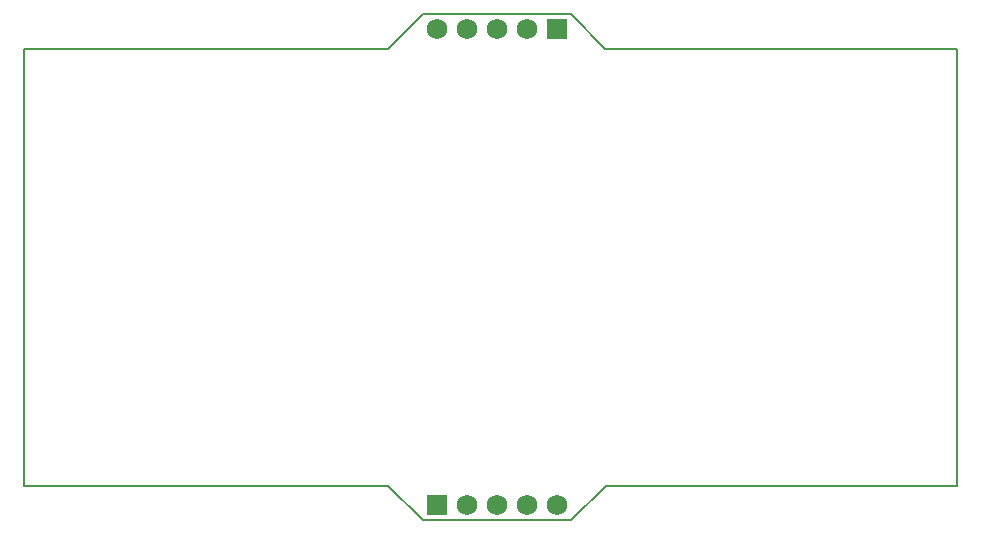
<source format=gbs>
G75*
%MOIN*%
%OFA0B0*%
%FSLAX25Y25*%
%IPPOS*%
%LPD*%
%AMOC8*
5,1,8,0,0,1.08239X$1,22.5*
%
%ADD10C,0.00600*%
%ADD11R,0.06900X0.06900*%
%ADD12C,0.06900*%
D10*
X0008065Y0019400D02*
X0008065Y0165069D01*
X0129265Y0165069D01*
X0140865Y0176669D01*
X0190365Y0176669D01*
X0201665Y0165069D01*
X0319089Y0165069D01*
X0319089Y0019400D01*
X0201965Y0019400D01*
X0190365Y0007800D01*
X0140865Y0007800D01*
X0129265Y0019400D01*
X0008065Y0019400D01*
D11*
X0145565Y0013000D03*
X0185565Y0171469D03*
D12*
X0175565Y0171469D03*
X0165565Y0171469D03*
X0155565Y0171469D03*
X0145565Y0171469D03*
X0155565Y0013000D03*
X0165565Y0013000D03*
X0175565Y0013000D03*
X0185565Y0013000D03*
M02*

</source>
